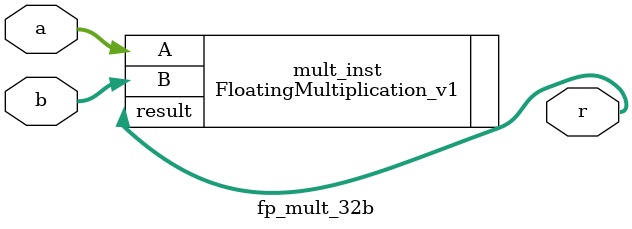
<source format=sv>
module fp_mult_32b(
                    // clk,
                    a,
                    b,
                    r
);
    parameter N = 32;
    parameter ES = 8;

    // input  wire clk;
    input  wire [N-1:0] a;
    input  wire [N-1:0] b;
    output wire [N-1:0] r;

    FloatingMultiplication_v1 #(.N(N),.ES(ES)) 
                            mult_inst(
                            // .clk(clk),
                            .A(a),
                            .B(b),
                            .result(r)
                            );
endmodule
</source>
